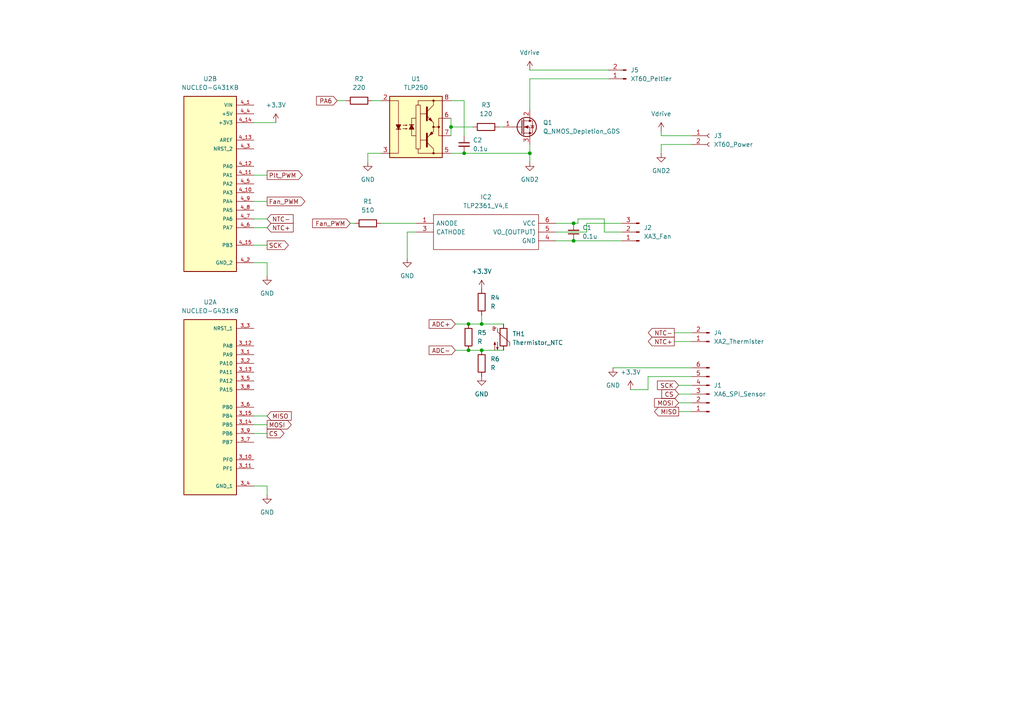
<source format=kicad_sch>
(kicad_sch (version 20230121) (generator eeschema)
  (paper "A4")
  (lib_symbols
    (symbol "Connector:Conn_01x02_Pin" (pin_names (offset 1.016) hide)
      (property "Reference" "J" (at 0 2.54 0))
      (property "Value" "Conn_01x02_Pin" (at 0 -5.08 0))
      (symbol "Conn_01x02_Pin_1_1"
        (polyline (pts (xy 1.27 -2.54) (xy 0.8636 -2.54)) (stroke (width 0.1524)))
        (polyline (pts (xy 1.27 0) (xy 0.8636 0)) (stroke (width 0.1524)))
        (rectangle (start 0.8636 -2.413) (end 0 -2.667) (stroke (width 0.1524)) (fill (type outline)))
        (rectangle (start 0.8636 0.127) (end 0 -0.127) (stroke (width 0.1524)) (fill (type outline)))
        (pin passive line (at 5.08 0 180) (length 3.81) (name "Pin_1") (number "1"))
        (pin passive line (at 5.08 -2.54 180) (length 3.81) (name "Pin_2") (number "2"))
      )
    )
    (symbol "Connector:Conn_01x02_Socket" (pin_names (offset 1.016) hide)
      (property "Reference" "J" (at 0 2.54 0))
      (property "Value" "Conn_01x02_Socket" (at 0 -5.08 0))
      (symbol "Conn_01x02_Socket_1_1"
        (arc (start 0 -2.032) (mid -0.5058 -2.54) (end 0 -3.048) (stroke (width 0.1524)))
        (polyline (pts (xy -1.27 -2.54) (xy -0.508 -2.54)) (stroke (width 0.1524)))
        (polyline (pts (xy -1.27 0) (xy -0.508 0)) (stroke (width 0.1524)))
        (arc (start 0 0.508) (mid -0.5058 0) (end 0 -0.508) (stroke (width 0.1524)))
        (pin passive line (at -5.08 0 0) (length 3.81) (name "Pin_1") (number "1"))
        (pin passive line (at -5.08 -2.54 0) (length 3.81) (name "Pin_2") (number "2"))
      )
    )
    (symbol "Connector:Conn_01x03_Pin" (pin_names (offset 1.016) hide)
      (property "Reference" "J" (at 0 5.08 0))
      (property "Value" "Conn_01x03_Pin" (at 0 -5.08 0))
      (symbol "Conn_01x03_Pin_1_1"
        (polyline (pts (xy 1.27 -2.54) (xy 0.8636 -2.54)) (stroke (width 0.1524)))
        (polyline (pts (xy 1.27 0) (xy 0.8636 0)) (stroke (width 0.1524)))
        (polyline (pts (xy 1.27 2.54) (xy 0.8636 2.54)) (stroke (width 0.1524)))
        (rectangle (start 0.8636 -2.413) (end 0 -2.667) (stroke (width 0.1524)) (fill (type outline)))
        (rectangle (start 0.8636 0.127) (end 0 -0.127) (stroke (width 0.1524)) (fill (type outline)))
        (rectangle (start 0.8636 2.667) (end 0 2.413) (stroke (width 0.1524)) (fill (type outline)))
        (pin passive line (at 5.08 2.54 180) (length 3.81) (name "Pin_1") (number "1"))
        (pin passive line (at 5.08 0 180) (length 3.81) (name "Pin_2") (number "2"))
        (pin passive line (at 5.08 -2.54 180) (length 3.81) (name "Pin_3") (number "3"))
      )
    )
    (symbol "Connector:Conn_01x06_Pin" (pin_names (offset 1.016) hide)
      (property "Reference" "J" (at 0 7.62 0))
      (property "Value" "Conn_01x06_Pin" (at 0 -10.16 0))
      (symbol "Conn_01x06_Pin_1_1"
        (polyline (pts (xy 1.27 -7.62) (xy 0.8636 -7.62)) (stroke (width 0.1524)))
        (polyline (pts (xy 1.27 -5.08) (xy 0.8636 -5.08)) (stroke (width 0.1524)))
        (polyline (pts (xy 1.27 -2.54) (xy 0.8636 -2.54)) (stroke (width 0.1524)))
        (polyline (pts (xy 1.27 0) (xy 0.8636 0)) (stroke (width 0.1524)))
        (polyline (pts (xy 1.27 2.54) (xy 0.8636 2.54)) (stroke (width 0.1524)))
        (polyline (pts (xy 1.27 5.08) (xy 0.8636 5.08)) (stroke (width 0.1524)))
        (rectangle (start 0.8636 -7.493) (end 0 -7.747) (stroke (width 0.1524)) (fill (type outline)))
        (rectangle (start 0.8636 -4.953) (end 0 -5.207) (stroke (width 0.1524)) (fill (type outline)))
        (rectangle (start 0.8636 -2.413) (end 0 -2.667) (stroke (width 0.1524)) (fill (type outline)))
        (rectangle (start 0.8636 0.127) (end 0 -0.127) (stroke (width 0.1524)) (fill (type outline)))
        (rectangle (start 0.8636 2.667) (end 0 2.413) (stroke (width 0.1524)) (fill (type outline)))
        (rectangle (start 0.8636 5.207) (end 0 4.953) (stroke (width 0.1524)) (fill (type outline)))
        (pin passive line (at 5.08 5.08 180) (length 3.81) (name "Pin_1") (number "1"))
        (pin passive line (at 5.08 2.54 180) (length 3.81) (name "Pin_2") (number "2"))
        (pin passive line (at 5.08 0 180) (length 3.81) (name "Pin_3") (number "3"))
        (pin passive line (at 5.08 -2.54 180) (length 3.81) (name "Pin_4") (number "4"))
        (pin passive line (at 5.08 -5.08 180) (length 3.81) (name "Pin_5") (number "5"))
        (pin passive line (at 5.08 -7.62 180) (length 3.81) (name "Pin_6") (number "6"))
      )
    )
    (symbol "Device:C_Small" (pin_numbers hide) (pin_names (offset 0.254) hide)
      (property "Reference" "C" (at 0.254 1.778 0))
      (property "Value" "C_Small" (at 0.254 -2.032 0))
      (symbol "C_Small_0_1"
        (polyline (pts (xy -1.524 -0.508) (xy 1.524 -0.508)) (stroke (width 0.3302)))
        (polyline (pts (xy -1.524 0.508) (xy 1.524 0.508)) (stroke (width 0.3048)))
      )
      (symbol "C_Small_1_1"
        (pin passive line (at 0 2.54 270) (length 2.032) (name "~") (number "1"))
        (pin passive line (at 0 -2.54 90) (length 2.032) (name "~") (number "2"))
      )
    )
    (symbol "Device:Q_NMOS_Depletion_GDS" (pin_names (offset 0) hide)
      (property "Reference" "Q" (at 5.08 1.905 0))
      (property "Value" "Q_NMOS_Depletion_GDS" (at 5.08 0 0))
      (symbol "Q_NMOS_Depletion_GDS_0_1"
        (polyline (pts (xy 0.254 0) (xy -2.54 0)))
        (polyline (pts (xy 0.254 1.905) (xy 0.254 -1.905)) (stroke (width 0.254)))
        (polyline (pts (xy 0.762 2.286) (xy 0.762 -2.286)) (stroke (width 0.254)))
        (polyline (pts (xy 2.54 2.54) (xy 2.54 1.778)))
        (polyline (pts (xy 2.54 -2.54) (xy 2.54 0) (xy 0.762 0)))
        (polyline (pts (xy 0.762 -1.778) (xy 3.302 -1.778) (xy 3.302 1.778) (xy 0.762 1.778)))
        (polyline (pts (xy 1.016 0) (xy 2.032 0.381) (xy 2.032 -0.381) (xy 1.016 0)) (fill (type outline)))
        (polyline (pts (xy 2.794 0.508) (xy 2.921 0.381) (xy 3.683 0.381) (xy 3.81 0.254)))
        (polyline (pts (xy 3.302 0.381) (xy 2.921 -0.254) (xy 3.683 -0.254) (xy 3.302 0.381)))
        (circle (center 1.651 0) (radius 2.794) (stroke (width 0.254)))
        (circle (center 2.54 -1.778) (radius 0.254) (fill (type outline)))
        (circle (center 2.54 1.778) (radius 0.254) (fill (type outline)))
      )
      (symbol "Q_NMOS_Depletion_GDS_1_1"
        (pin input line (at -5.08 0 0) (length 2.54) (name "G") (number "1"))
        (pin passive line (at 2.54 5.08 270) (length 2.54) (name "D") (number "2"))
        (pin passive line (at 2.54 -5.08 90) (length 2.54) (name "S") (number "3"))
      )
    )
    (symbol "Device:R" (pin_numbers hide) (pin_names (offset 0))
      (property "Reference" "R" (at 2.032 0 90))
      (property "Value" "R" (at 0 0 90))
      (symbol "R_0_1"
        (rectangle (start -1.016 -2.54) (end 1.016 2.54) (stroke (width 0.254)))
      )
      (symbol "R_1_1"
        (pin passive line (at 0 3.81 270) (length 1.27) (name "~") (number "1"))
        (pin passive line (at 0 -3.81 90) (length 1.27) (name "~") (number "2"))
      )
    )
    (symbol "Device:Thermistor_NTC" (pin_numbers hide) (pin_names (offset 0))
      (property "Reference" "TH" (at -4.445 0 90))
      (property "Value" "Thermistor_NTC" (at 3.175 0 90))
      (symbol "Thermistor_NTC_0_1"
        (arc (start -3.048 2.159) (mid -3.0495 2.3143) (end -3.175 2.413))
        (arc (start -3.048 2.159) (mid -2.9736 1.9794) (end -2.794 1.905))
        (arc (start -3.048 2.794) (mid -2.9736 2.6144) (end -2.794 2.54))
        (arc (start -2.794 1.905) (mid -2.6144 1.9794) (end -2.54 2.159))
        (arc (start -2.794 2.54) (mid -2.4393 2.5587) (end -2.159 2.794))
        (arc (start -2.794 3.048) (mid -2.9736 2.9736) (end -3.048 2.794))
        (arc (start -2.54 2.794) (mid -2.6144 2.9736) (end -2.794 3.048))
        (rectangle (start -1.016 2.54) (end 1.016 -2.54) (stroke (width 0.254)))
        (polyline (pts (xy -2.54 2.159) (xy -2.54 2.794)))
        (polyline (pts (xy -1.778 2.54) (xy -1.778 1.524) (xy 1.778 -1.524) (xy 1.778 -2.54)))
        (polyline (pts (xy -2.54 -3.683) (xy -2.54 -1.397) (xy -2.794 -2.159) (xy -2.286 -2.159) (xy -2.54 -1.397) (xy -2.54 -1.651)) (fill (type outline)))
        (polyline (pts (xy -1.778 -1.397) (xy -1.778 -3.683) (xy -2.032 -2.921) (xy -1.524 -2.921) (xy -1.778 -3.683) (xy -1.778 -3.429)) (fill (type outline)))
      )
      (symbol "Thermistor_NTC_1_1"
        (pin passive line (at 0 3.81 270) (length 1.27) (name "~") (number "1"))
        (pin passive line (at 0 -3.81 90) (length 1.27) (name "~") (number "2"))
      )
    )
    (symbol "Driver_FET:TLP250" (pin_names hide)
      (property "Reference" "U" (at 0 12.7 0))
      (property "Value" "TLP250" (at 0 10.16 0))
      (symbol "TLP250_0_1"
        (rectangle (start -7.62 8.89) (end 7.62 -8.89) (stroke (width 0.254)) (fill (type background)))
        (polyline (pts (xy -5.715 -0.635) (xy -4.445 -0.635)) (stroke (width 0.254)))
        (polyline (pts (xy -0.635 0.635) (xy -1.905 0.635)) (stroke (width 0.254)))
        (polyline (pts (xy 3.048 -3.81) (xy 1.27 -3.81)))
        (polyline (pts (xy 3.048 3.81) (xy 1.27 3.81)))
        (polyline (pts (xy 3.175 -4.445) (xy 5.08 -6.35)))
        (polyline (pts (xy 3.175 4.445) (xy 5.08 6.35)))
        (polyline (pts (xy 5.08 -6.35) (xy 5.08 -7.62)))
        (polyline (pts (xy 5.08 -1.27) (xy 3.175 -3.175)) (fill (type outline)))
        (polyline (pts (xy 5.08 0) (xy 6.604 0)))
        (polyline (pts (xy 5.08 1.27) (xy 3.175 3.175)) (fill (type outline)))
        (polyline (pts (xy 5.08 6.35) (xy 5.08 7.62)))
        (polyline (pts (xy 7.62 7.62) (xy 0.635 7.62)))
        (polyline (pts (xy -1.27 -0.635) (xy -1.27 -2.54) (xy 0 -2.54)))
        (polyline (pts (xy -1.27 0.635) (xy -1.27 2.54) (xy 0 2.54)))
        (polyline (pts (xy 0.635 -6.35) (xy 0.635 -7.62) (xy 7.62 -7.62)))
        (polyline (pts (xy 3.175 -5.715) (xy 3.175 -1.905) (xy 3.175 -1.905)) (stroke (width 0.508)))
        (polyline (pts (xy 3.175 5.715) (xy 3.175 1.905) (xy 3.175 1.905)) (stroke (width 0.508)))
        (polyline (pts (xy -7.62 7.62) (xy -5.08 7.62) (xy -5.08 -7.62) (xy -7.62 -7.62)))
        (polyline (pts (xy -5.08 -0.635) (xy -5.715 0.635) (xy -4.445 0.635) (xy -5.08 -0.635)) (stroke (width 0.254)) (fill (type outline)))
        (polyline (pts (xy -1.27 0.635) (xy -0.635 -0.635) (xy -1.905 -0.635) (xy -1.27 0.635)) (stroke (width 0.254)) (fill (type outline)))
        (polyline (pts (xy 7.62 2.54) (xy 6.604 2.54) (xy 6.604 -2.54) (xy 7.62 -2.54)))
        (polyline (pts (xy -3.81 -0.508) (xy -2.54 -0.508) (xy -2.921 -0.635) (xy -2.921 -0.381) (xy -2.54 -0.508)))
        (polyline (pts (xy -3.81 0.508) (xy -2.54 0.508) (xy -2.921 0.381) (xy -2.921 0.635) (xy -2.54 0.508)))
        (polyline (pts (xy 1.27 6.35) (xy 1.27 -6.35) (xy 0 -6.35) (xy 0 6.35) (xy 1.27 6.35)))
        (polyline (pts (xy 3.683 2.159) (xy 4.191 2.667) (xy 4.699 1.651) (xy 3.683 2.159) (xy 3.683 2.159)) (fill (type outline)))
        (polyline (pts (xy 4.953 -1.905) (xy 4.445 -1.397) (xy 3.937 -2.413) (xy 4.953 -1.905) (xy 4.953 -1.905)) (fill (type outline)))
        (rectangle (start 0.635 6.35) (end 0.635 6.35))
        (rectangle (start 0.635 6.35) (end 0.635 7.62))
        (circle (center 5.08 -7.62) (radius 0.254) (fill (type outline)))
        (circle (center 5.08 0) (radius 0.254) (fill (type outline)))
        (rectangle (start 5.08 1.27) (end 5.08 -1.27))
        (circle (center 5.08 7.62) (radius 0.254) (fill (type outline)))
        (circle (center 6.604 0) (radius 0.254) (fill (type outline)))
      )
      (symbol "TLP250_1_1"
        (pin no_connect line (at -7.62 2.54 0) (length 2.54) hide (name "NC") (number "1"))
        (pin passive line (at -10.16 7.62 0) (length 2.54) (name "A") (number "2"))
        (pin passive line (at -10.16 -7.62 0) (length 2.54) (name "C") (number "3"))
        (pin no_connect line (at -7.62 -2.54 0) (length 2.54) hide (name "NC") (number "4"))
        (pin power_in line (at 10.16 -7.62 180) (length 2.54) (name "VEE") (number "5"))
        (pin output line (at 10.16 2.54 180) (length 2.54) (name "VO") (number "6"))
        (pin output line (at 10.16 -2.54 180) (length 2.54) (name "VO") (number "7"))
        (pin power_in line (at 10.16 7.62 180) (length 2.54) (name "VCC") (number "8"))
      )
    )
    (symbol "NUCLEO-G431KB:NUCLEO-G431KB" (pin_names (offset 1.016))
      (property "Reference" "U" (at -7.6292 25.9456 0))
      (property "Value" "NUCLEO-G431KB" (at -7.6233 -27.7005 0))
      (symbol "NUCLEO-G431KB_1_0"
        (rectangle (start -7.62 -25.4) (end 7.62 25.4) (stroke (width 0.254)) (fill (type background)))
        (pin bidirectional line (at 12.7 15.24 180) (length 5.08) (name "PA9") (number "3_1"))
        (pin bidirectional line (at 12.7 -15.24 180) (length 5.08) (name "PF0") (number "3_10"))
        (pin bidirectional line (at 12.7 -17.78 180) (length 5.08) (name "PF1") (number "3_11"))
        (pin bidirectional line (at 12.7 17.78 180) (length 5.08) (name "PA8") (number "3_12"))
        (pin bidirectional line (at 12.7 10.16 180) (length 5.08) (name "PA11") (number "3_13"))
        (pin bidirectional line (at 12.7 -5.08 180) (length 5.08) (name "PB5") (number "3_14"))
        (pin bidirectional line (at 12.7 -2.54 180) (length 5.08) (name "PB4") (number "3_15"))
        (pin bidirectional line (at 12.7 12.7 180) (length 5.08) (name "PA10") (number "3_2"))
        (pin bidirectional line (at 12.7 22.86 180) (length 5.08) (name "NRST_1") (number "3_3"))
        (pin power_in line (at 12.7 -22.86 180) (length 5.08) (name "GND_1") (number "3_4"))
        (pin bidirectional line (at 12.7 7.62 180) (length 5.08) (name "PA12") (number "3_5"))
        (pin bidirectional line (at 12.7 0 180) (length 5.08) (name "PB0") (number "3_6"))
        (pin bidirectional line (at 12.7 -10.16 180) (length 5.08) (name "PB7") (number "3_7"))
        (pin bidirectional line (at 12.7 5.08 180) (length 5.08) (name "PA15") (number "3_8"))
        (pin bidirectional line (at 12.7 -7.62 180) (length 5.08) (name "PB6") (number "3_9"))
      )
      (symbol "NUCLEO-G431KB_2_0"
        (rectangle (start -7.62 -25.4) (end 7.62 25.4) (stroke (width 0.254)) (fill (type background)))
        (pin power_in line (at 12.7 22.86 180) (length 5.08) (name "VIN") (number "4_1"))
        (pin bidirectional line (at 12.7 -2.54 180) (length 5.08) (name "PA3") (number "4_10"))
        (pin bidirectional line (at 12.7 2.54 180) (length 5.08) (name "PA1") (number "4_11"))
        (pin bidirectional line (at 12.7 5.08 180) (length 5.08) (name "PA0") (number "4_12"))
        (pin bidirectional line (at 12.7 12.7 180) (length 5.08) (name "AREF") (number "4_13"))
        (pin power_in line (at 12.7 17.78 180) (length 5.08) (name "+3V3") (number "4_14"))
        (pin bidirectional line (at 12.7 -17.78 180) (length 5.08) (name "PB3") (number "4_15"))
        (pin power_in line (at 12.7 -22.86 180) (length 5.08) (name "GND_2") (number "4_2"))
        (pin bidirectional line (at 12.7 10.16 180) (length 5.08) (name "NRST_2") (number "4_3"))
        (pin power_in line (at 12.7 20.32 180) (length 5.08) (name "+5V") (number "4_4"))
        (pin bidirectional line (at 12.7 0 180) (length 5.08) (name "PA2") (number "4_5"))
        (pin bidirectional line (at 12.7 -12.7 180) (length 5.08) (name "PA7") (number "4_6"))
        (pin bidirectional line (at 12.7 -10.16 180) (length 5.08) (name "PA6") (number "4_7"))
        (pin bidirectional line (at 12.7 -7.62 180) (length 5.08) (name "PA5") (number "4_8"))
        (pin bidirectional line (at 12.7 -5.08 180) (length 5.08) (name "PA4") (number "4_9"))
      )
    )
    (symbol "SamacSys_Parts:TLP2361_V4,E" (pin_names (offset 0.762))
      (property "Reference" "IC" (at 36.83 7.62 0))
      (property "Value" "TLP2361_V4,E" (at 36.83 5.08 0))
      (symbol "TLP2361_V4,E_0_0"
        (pin passive line (at 0 0 0) (length 5.08) (name "ANODE") (number "1"))
        (pin passive line (at 0 -2.54 0) (length 5.08) (name "CATHODE") (number "3"))
        (pin passive line (at 40.64 -5.08 180) (length 5.08) (name "GND") (number "4"))
        (pin passive line (at 40.64 -2.54 180) (length 5.08) (name "VO_(OUTPUT)") (number "5"))
        (pin passive line (at 40.64 0 180) (length 5.08) (name "VCC") (number "6"))
      )
      (symbol "TLP2361_V4,E_0_1"
        (polyline (pts (xy 5.08 2.54) (xy 35.56 2.54) (xy 35.56 -7.62) (xy 5.08 -7.62) (xy 5.08 2.54)) (stroke (width 0.1524)))
      )
    )
    (symbol "power:+3.3V" (power) (pin_names (offset 0))
      (property "Value" "+3.3V" (at 0 3.556 0))
      (symbol "+3.3V_0_1"
        (polyline (pts (xy -0.762 1.27) (xy 0 2.54)))
        (polyline (pts (xy 0 0) (xy 0 2.54)))
        (polyline (pts (xy 0 2.54) (xy 0.762 1.27)))
      )
      (symbol "+3.3V_1_1"
        (pin power_in line (at 0 0 90) (length 0) hide (name "+3.3V") (number "1"))
      )
    )
    (symbol "power:GND" (power) (pin_names (offset 0))
      (property "Value" "GND" (at 0 -3.81 0))
      (symbol "GND_0_1"
        (polyline (pts (xy 0 0) (xy 0 -1.27) (xy 1.27 -1.27) (xy 0 -2.54) (xy -1.27 -1.27) (xy 0 -1.27)))
      )
      (symbol "GND_1_1"
        (pin power_in line (at 0 0 270) (length 0) hide (name "GND") (number "1"))
      )
    )
    (symbol "power:GND2" (power) (pin_names (offset 0))
      (property "Value" "GND2" (at 0 -3.81 0))
      (symbol "GND2_0_1"
        (polyline (pts (xy 0 0) (xy 0 -1.27) (xy 1.27 -1.27) (xy 0 -2.54) (xy -1.27 -1.27) (xy 0 -1.27)))
      )
      (symbol "GND2_1_1"
        (pin power_in line (at 0 0 270) (length 0) hide (name "GND2") (number "1"))
      )
    )
    (symbol "power:Vdrive" (power) (pin_names (offset 0))
      (property "Value" "Vdrive" (at 0 3.81 0))
      (symbol "Vdrive_0_1"
        (polyline (pts (xy -0.762 1.27) (xy 0 2.54)))
        (polyline (pts (xy 0 0) (xy 0 2.54)))
        (polyline (pts (xy 0 2.54) (xy 0.762 1.27)))
      )
      (symbol "Vdrive_1_1"
        (pin power_in line (at 0 0 90) (length 0) hide (name "Vdrive") (number "1"))
      )
    )
  )
  (junction (at 166.37 69.85))
  (junction (at 135.89 101.6))
  (junction (at 153.67 44.45))
  (junction (at 134.62 44.45))
  (junction (at 139.7 93.98))
  (junction (at 166.37 64.77))
  (junction (at 130.81 36.83))
  (junction (at 139.7 101.6))
  (junction (at 135.89 93.98))
  (wire (pts (xy 132.08 101.6) (xy 135.89 101.6)))
  (wire (pts (xy 130.81 34.29) (xy 130.81 36.83)))
  (wire (pts (xy 191.77 41.91) (xy 200.66 41.91)))
  (wire (pts (xy 161.29 67.31) (xy 170.18 67.31)))
  (wire (pts (xy 73.66 120.65) (xy 77.47 120.65)))
  (wire (pts (xy 73.66 50.8) (xy 77.47 50.8)))
  (wire (pts (xy 196.85 114.3) (xy 200.66 114.3)))
  (wire (pts (xy 153.67 44.45) (xy 153.67 46.99)))
  (wire (pts (xy 73.66 123.19) (xy 77.47 123.19)))
  (wire (pts (xy 135.89 93.98) (xy 139.7 93.98)))
  (wire (pts (xy 132.08 93.98) (xy 135.89 93.98)))
  (wire (pts (xy 130.81 36.83) (xy 137.16 36.83)))
  (wire (pts (xy 191.77 44.45) (xy 191.77 41.91)))
  (wire (pts (xy 166.37 69.85) (xy 180.34 69.85)))
  (wire (pts (xy 161.29 69.85) (xy 166.37 69.85)))
  (wire (pts (xy 161.29 64.77) (xy 166.37 64.77)))
  (wire (pts (xy 175.26 67.31) (xy 180.34 67.31)))
  (wire (pts (xy 118.11 67.31) (xy 118.11 74.93)))
  (wire (pts (xy 175.26 63.5) (xy 175.26 67.31)))
  (wire (pts (xy 167.64 64.77) (xy 167.64 63.5)))
  (wire (pts (xy 166.37 64.77) (xy 167.64 64.77)))
  (wire (pts (xy 153.67 22.86) (xy 153.67 31.75)))
  (wire (pts (xy 134.62 44.45) (xy 153.67 44.45)))
  (wire (pts (xy 196.85 119.38) (xy 200.66 119.38)))
  (wire (pts (xy 182.88 113.03) (xy 187.96 113.03)))
  (wire (pts (xy 135.89 101.6) (xy 139.7 101.6)))
  (wire (pts (xy 97.79 29.21) (xy 100.33 29.21)))
  (wire (pts (xy 73.66 58.42) (xy 77.47 58.42)))
  (wire (pts (xy 77.47 140.97) (xy 77.47 143.51)))
  (wire (pts (xy 120.65 67.31) (xy 118.11 67.31)))
  (wire (pts (xy 130.81 29.21) (xy 134.62 29.21)))
  (wire (pts (xy 107.95 29.21) (xy 110.49 29.21)))
  (wire (pts (xy 110.49 44.45) (xy 106.68 44.45)))
  (wire (pts (xy 134.62 39.37) (xy 134.62 29.21)))
  (wire (pts (xy 176.53 22.86) (xy 153.67 22.86)))
  (wire (pts (xy 195.58 96.52) (xy 200.66 96.52)))
  (wire (pts (xy 139.7 93.98) (xy 146.05 93.98)))
  (wire (pts (xy 73.66 71.12) (xy 77.47 71.12)))
  (wire (pts (xy 110.49 64.77) (xy 120.65 64.77)))
  (wire (pts (xy 191.77 39.37) (xy 200.66 39.37)))
  (wire (pts (xy 139.7 101.6) (xy 146.05 101.6)))
  (wire (pts (xy 73.66 66.04) (xy 77.47 66.04)))
  (wire (pts (xy 101.6 64.77) (xy 102.87 64.77)))
  (wire (pts (xy 73.66 125.73) (xy 77.47 125.73)))
  (wire (pts (xy 73.66 140.97) (xy 77.47 140.97)))
  (wire (pts (xy 187.96 109.22) (xy 200.66 109.22)))
  (wire (pts (xy 177.8 106.68) (xy 200.66 106.68)))
  (wire (pts (xy 170.18 67.31) (xy 170.18 64.77)))
  (wire (pts (xy 153.67 20.32) (xy 176.53 20.32)))
  (wire (pts (xy 153.67 41.91) (xy 153.67 44.45)))
  (wire (pts (xy 170.18 64.77) (xy 180.34 64.77)))
  (wire (pts (xy 130.81 36.83) (xy 130.81 39.37)))
  (wire (pts (xy 195.58 99.06) (xy 200.66 99.06)))
  (wire (pts (xy 73.66 63.5) (xy 77.47 63.5)))
  (wire (pts (xy 73.66 76.2) (xy 77.47 76.2)))
  (wire (pts (xy 139.7 91.44) (xy 139.7 93.98)))
  (wire (pts (xy 167.64 63.5) (xy 175.26 63.5)))
  (wire (pts (xy 196.85 116.84) (xy 200.66 116.84)))
  (wire (pts (xy 187.96 113.03) (xy 187.96 109.22)))
  (wire (pts (xy 73.66 35.56) (xy 80.01 35.56)))
  (wire (pts (xy 144.78 36.83) (xy 146.05 36.83)))
  (wire (pts (xy 106.68 44.45) (xy 106.68 46.99)))
  (wire (pts (xy 191.77 38.1) (xy 191.77 39.37)))
  (wire (pts (xy 196.85 111.76) (xy 200.66 111.76)))
  (wire (pts (xy 134.62 44.45) (xy 130.81 44.45)))
  (wire (pts (xy 77.47 76.2) (xy 77.47 80.01)))
  (global_label "MOSI" (shape output) (at 77.47 123.19 0) (property "Intersheetrefs" "${INTERSHEET_REFS}" (effects hide)))
  (global_label "PA6" (shape input) (at 97.79 29.21 180) (property "Intersheetrefs" "${INTERSHEET_REFS}" (effects hide)))
  (global_label "ADC+" (shape input) (at 132.08 93.98 180) (property "Intersheetrefs" "${INTERSHEET_REFS}" (effects hide)))
  (global_label "CS" (shape input) (at 196.85 114.3 180) (property "Intersheetrefs" "${INTERSHEET_REFS}" (effects hide)))
  (global_label "NTC-" (shape output) (at 195.58 96.52 180) (property "Intersheetrefs" "${INTERSHEET_REFS}" (effects hide)))
  (global_label "SCK" (shape input) (at 196.85 111.76 180) (property "Intersheetrefs" "${INTERSHEET_REFS}" (effects hide)))
  (global_label "MISO" (shape input) (at 77.47 120.65 0) (property "Intersheetrefs" "${INTERSHEET_REFS}" (effects hide)))
  (global_label "SCK" (shape output) (at 77.47 71.12 0) (property "Intersheetrefs" "${INTERSHEET_REFS}" (effects hide)))
  (global_label "Plt_PWM" (shape output) (at 77.47 50.8 0) (property "Intersheetrefs" "${INTERSHEET_REFS}" (effects hide)))
  (global_label "NTC+" (shape input) (at 77.47 66.04 0) (property "Intersheetrefs" "${INTERSHEET_REFS}" (effects hide)))
  (global_label "ADC-" (shape input) (at 132.08 101.6 180) (property "Intersheetrefs" "${INTERSHEET_REFS}" (effects hide)))
  (global_label "CS" (shape output) (at 77.47 125.73 0) (property "Intersheetrefs" "${INTERSHEET_REFS}" (effects hide)))
  (global_label "NTC-" (shape input) (at 77.47 63.5 0) (property "Intersheetrefs" "${INTERSHEET_REFS}" (effects hide)))
  (global_label "MOSI" (shape input) (at 196.85 116.84 180) (property "Intersheetrefs" "${INTERSHEET_REFS}" (effects hide)))
  (global_label "MISO" (shape output) (at 196.85 119.38 180) (property "Intersheetrefs" "${INTERSHEET_REFS}" (effects hide)))
  (global_label "NTC+" (shape output) (at 195.58 99.06 180) (property "Intersheetrefs" "${INTERSHEET_REFS}" (effects hide)))
  (global_label "Fan_PWM" (shape output) (at 77.47 58.42 0) (property "Intersheetrefs" "${INTERSHEET_REFS}" (effects hide)))
  (global_label "Fan_PWM" (shape input) (at 101.6 64.77 180) (property "Intersheetrefs" "${INTERSHEET_REFS}" (effects hide)))
  (symbol (lib_id "Connector:Conn_01x03_Pin") (at 185.42 67.31 180) (unit 1)
    (property "Reference" "J2" (at 186.69 66.04 0) (effects (justify right)))
    (property "Value" "XA3_Fan" (at 186.69 68.58 0) (effects (justify right)))
  )
  (symbol (lib_id "power:+3.3V") (at 182.88 113.03 0) (unit 1)
    (property "Reference" "#PWR06" (effects hide))
    (property "Value" "+3.3V" (at 182.88 107.95 0))
  )
  (symbol (lib_id "Device:C_Small") (at 166.37 67.31 180) (unit 1)
    (property "Reference" "C1" (at 168.91 66.0336 0) (effects (justify right)))
    (property "Value" "0.1u" (at 168.91 68.5736 0) (effects (justify right)))
  )
  (symbol (lib_id "power:GND") (at 106.68 46.99 0) (unit 1)
    (property "Reference" "#PWR04" (effects hide))
    (property "Value" "GND" (at 106.68 52.07 0))
  )
  (symbol (lib_id "Connector:Conn_01x02_Socket") (at 205.74 39.37 0) (unit 1)
    (property "Reference" "J3" (at 207.01 39.37 0) (effects (justify left)))
    (property "Value" "XT60_Power" (at 207.01 41.91 0) (effects (justify left)))
  )
  (symbol (lib_id "power:Vdrive") (at 153.67 20.32 0) (unit 1)
    (property "Reference" "#PWR013" (effects hide))
    (property "Value" "Vdrive" (at 153.67 15.24 0))
  )
  (symbol (lib_id "NUCLEO-G431KB:NUCLEO-G431KB") (at 60.96 118.11 0) (unit 1)
    (property "Reference" "U2" (at 60.96 87.63 0))
    (property "Value" "NUCLEO-G431KB" (at 60.96 90.17 0))
    (property "Footprint" "NUCLEO-G431KB:MODULE_NUCLEO-G431KB" (effects hide))
    (property "DigiKey_Part_Number" "497-19489-ND" (effects hide))
    (property "MF" "STMicroelectronics" (effects hide))
    (property "DESCRIPTION" "STM32F303K8, mbed-Enabled Development Nucleo-32 STM32F3 ARM® Cortex®-M4 MCU 32-Bit Embedded Evaluation Board" (effects hide))
    (property "PACKAGE" "None" (effects hide))
    (property "Package" "None" (effects hide))
    (property "Check_prices" "https://www.snapeda.com/parts/NUCLEO-G431KB/STMicroelectronics/view-part/?ref=eda" (effects hide))
    (property "SnapEDA_Link" "https://www.snapeda.com/parts/NUCLEO-G431KB/STMicroelectronics/view-part/?ref=snap" (effects hide))
    (property "MP" "NUCLEO-G431KB" (effects hide))
    (property "Description" "\nSTM32G431 Nucleo-32 STM32G4 ARM® Cortex®-M4 MCU 32-Bit Embedded Evaluation Board\n" (effects hide))
    (property "DIGI-KEY_PART_NUMBER" "497-15981-ND" (effects hide))
    (property "PURCHASE-URL" "https://pricing.snapeda.com/search/part/NUCLEO-F303K8/?ref=eda" (effects hide))
  )
  (symbol (lib_id "Device:Q_NMOS_Depletion_GDS") (at 151.13 36.83 0) (unit 1)
    (property "Reference" "Q1" (at 157.48 35.56 0) (effects (justify left)))
    (property "Value" "Q_NMOS_Depletion_GDS" (at 157.48 38.1 0) (effects (justify left)))
  )
  (symbol (lib_id "Device:R") (at 140.97 36.83 90) (unit 1)
    (property "Reference" "R3" (at 140.97 30.48 90))
    (property "Value" "120" (at 140.97 33.02 90))
  )
  (symbol (lib_id "SamacSys_Parts:TLP2361_V4,E") (at 120.65 64.77 0) (unit 1)
    (property "Reference" "IC2" (at 140.97 57.15 0))
    (property "Value" "TLP2361_V4,E" (at 140.97 59.69 0))
    (property "Footprint" "11-4L1S(5-PIN-SOIC)" (effects hide))
    (property "Datasheet" "https://toshiba.semicon-storage.com/info/docget.jsp?did=14229&prodName=TLP2361" (effects hide))
    (property "Description" "High Speed Optocouplers 15Mbps High speed coupler" (effects hide))
    (property "Manufacturer_Name" "Toshiba" (effects hide))
    (property "Manufacturer_Part_Number" "TLP2361(V4,E" (effects hide))
    (property "Mouser Part Number" "757-TLP2361V4E" (effects hide))
    (property "Mouser Price/Stock" "https://www.mouser.co.uk/ProductDetail/Toshiba/TLP2361V4E?qs=rsevcuukUAyaoPX08B%2FLWQ%3D%3D" (effects hide))
    (property "Arrow Part Number" "TLP2361(V4,E" (effects hide))
    (property "Arrow Price/Stock" "https://www.arrow.com/en/products/tlp2361-v4e/toshiba?region=nac" (effects hide))
  )
  (symbol (lib_id "Device:R") (at 139.7 87.63 0) (unit 1)
    (property "Reference" "R4" (at 142.24 86.36 0) (effects (justify left)))
    (property "Value" "R" (at 142.24 88.9 0) (effects (justify left)))
  )
  (symbol (lib_id "power:GND2") (at 153.67 46.99 0) (unit 1)
    (property "Reference" "#PWR011" (effects hide))
    (property "Value" "GND2" (at 153.67 52.07 0))
  )
  (symbol (lib_id "Connector:Conn_01x06_Pin") (at 205.74 114.3 180) (unit 1)
    (property "Reference" "J1" (at 207.01 111.76 0) (effects (justify right)))
    (property "Value" "XA6_SPI_Sensor" (at 207.01 114.3 0) (effects (justify right)))
  )
  (symbol (lib_id "Device:Thermistor_NTC") (at 146.05 97.79 0) (unit 1)
    (property "Reference" "TH1" (at 148.59 96.8375 0) (effects (justify left)))
    (property "Value" "Thermistor_NTC" (at 148.59 99.3775 0) (effects (justify left)))
  )
  (symbol (lib_id "Driver_FET:TLP250") (at 120.65 36.83 0) (unit 1)
    (property "Reference" "U1" (at 120.65 22.86 0))
    (property "Value" "TLP250" (at 120.65 25.4 0))
    (property "Footprint" "Package_DIP:DIP-8_W7.62mm" (effects hide))
    (property "Datasheet" "http://toshiba.semicon-storage.com/info/docget.jsp?did=16821&prodName=TLP250" (effects hide))
  )
  (symbol (lib_id "Device:R") (at 139.7 105.41 0) (unit 1)
    (property "Reference" "R6" (at 142.24 104.14 0) (effects (justify left)))
    (property "Value" "R" (at 142.24 106.68 0) (effects (justify left)))
  )
  (symbol (lib_id "Device:R") (at 135.89 97.79 0) (unit 1)
    (property "Reference" "R5" (at 138.43 96.52 0) (effects (justify left)))
    (property "Value" "R" (at 138.43 99.06 0) (effects (justify left)))
  )
  (symbol (lib_id "Device:C_Small") (at 134.62 41.91 0) (unit 1)
    (property "Reference" "C2" (at 137.16 40.6463 0) (effects (justify left)))
    (property "Value" "0.1u" (at 137.16 43.1863 0) (effects (justify left)))
  )
  (symbol (lib_id "Connector:Conn_01x02_Pin") (at 181.61 22.86 180) (unit 1)
    (property "Reference" "J5" (at 182.88 20.32 0) (effects (justify right)))
    (property "Value" "XT60_Peltier" (at 182.88 22.86 0) (effects (justify right)))
  )
  (symbol (lib_id "power:GND") (at 77.47 143.51 0) (unit 1)
    (property "Reference" "#PWR03" (effects hide))
    (property "Value" "GND" (at 77.47 148.59 0))
  )
  (symbol (lib_id "Connector:Conn_01x02_Pin") (at 205.74 99.06 180) (unit 1)
    (property "Reference" "J4" (at 207.01 96.52 0) (effects (justify right)))
    (property "Value" "XA2_Thermister" (at 207.01 99.06 0) (effects (justify right)))
  )
  (symbol (lib_id "power:GND2") (at 191.77 44.45 0) (unit 1)
    (property "Reference" "#PWR010" (effects hide))
    (property "Value" "GND2" (at 191.77 49.53 0))
  )
  (symbol (lib_id "power:GND") (at 139.7 109.22 0) (unit 1)
    (property "Reference" "#PWR08" (effects hide))
    (property "Value" "GND" (at 139.7 114.3 0))
  )
  (symbol (lib_id "Device:R") (at 104.14 29.21 90) (unit 1)
    (property "Reference" "R2" (at 104.14 22.86 90))
    (property "Value" "220" (at 104.14 25.4 90))
  )
  (symbol (lib_id "power:GND") (at 118.11 74.93 0) (unit 1)
    (property "Reference" "#PWR01" (effects hide))
    (property "Value" "GND" (at 118.11 80.01 0))
  )
  (symbol (lib_id "power:+3.3V") (at 139.7 83.82 0) (unit 1)
    (property "Reference" "#PWR09" (effects hide))
    (property "Value" "+3.3V" (at 139.7 78.74 0))
  )
  (symbol (lib_id "NUCLEO-G431KB:NUCLEO-G431KB") (at 60.96 53.34 0) (unit 2)
    (property "Reference" "U2" (at 60.96 22.86 0))
    (property "Value" "NUCLEO-G431KB" (at 60.96 25.4 0))
    (property "Footprint" "NUCLEO-G431KB:MODULE_NUCLEO-G431KB" (effects hide))
    (property "DigiKey_Part_Number" "497-19489-ND" (effects hide))
    (property "MF" "STMicroelectronics" (effects hide))
    (property "DESCRIPTION" "STM32F303K8, mbed-Enabled Development Nucleo-32 STM32F3 ARM® Cortex®-M4 MCU 32-Bit Embedded Evaluation Board" (effects hide))
    (property "PACKAGE" "None" (effects hide))
    (property "Package" "None" (effects hide))
    (property "Check_prices" "https://www.snapeda.com/parts/NUCLEO-G431KB/STMicroelectronics/view-part/?ref=eda" (effects hide))
    (property "SnapEDA_Link" "https://www.snapeda.com/parts/NUCLEO-G431KB/STMicroelectronics/view-part/?ref=snap" (effects hide))
    (property "MP" "NUCLEO-G431KB" (effects hide))
    (property "Description" "\nSTM32G431 Nucleo-32 STM32G4 ARM® Cortex®-M4 MCU 32-Bit Embedded Evaluation Board\n" (effects hide))
    (property "DIGI-KEY_PART_NUMBER" "497-15981-ND" (effects hide))
    (property "PURCHASE-URL" "https://pricing.snapeda.com/search/part/NUCLEO-F303K8/?ref=eda" (effects hide))
  )
  (symbol (lib_id "power:+3.3V") (at 80.01 35.56 0) (unit 1)
    (property "Reference" "#PWR07" (effects hide))
    (property "Value" "+3.3V" (at 80.01 30.48 0))
  )
  (symbol (lib_id "power:GND") (at 177.8 106.68 0) (unit 1)
    (property "Reference" "#PWR05" (effects hide))
    (property "Value" "GND" (at 177.8 111.76 0))
  )
  (symbol (lib_id "Device:R") (at 106.68 64.77 90) (unit 1)
    (property "Reference" "R1" (at 106.68 58.42 90))
    (property "Value" "510" (at 106.68 60.96 90))
  )
  (symbol (lib_id "power:GND") (at 77.47 80.01 0) (unit 1)
    (property "Reference" "#PWR02" (effects hide))
    (property "Value" "GND" (at 77.47 85.09 0))
  )
  (symbol (lib_id "power:Vdrive") (at 191.77 38.1 0) (unit 1)
    (property "Reference" "#PWR012" (effects hide))
    (property "Value" "Vdrive" (at 191.77 33.02 0))
  )
)
</source>
